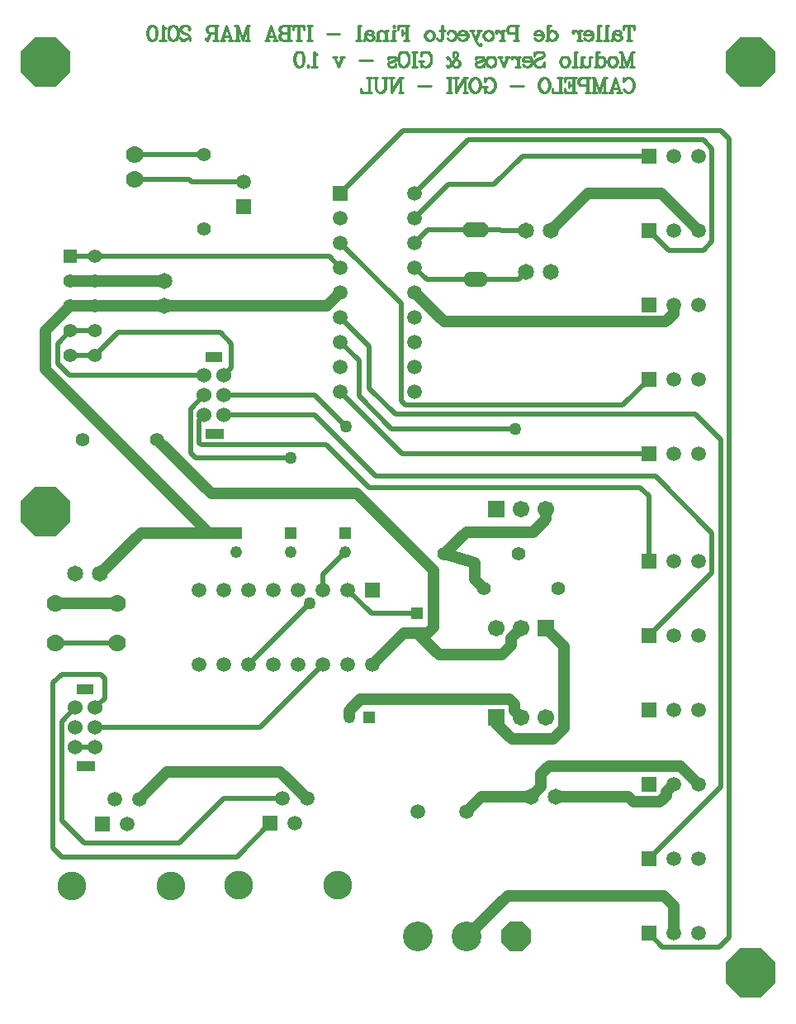
<source format=gbl>
%FSLAX23Y23*%
%MOIN*%
G70*
G01*
G75*
G04 Layer_Physical_Order=2*
G04 Layer_Color=16711680*
%ADD10C,0.020*%
%ADD11C,0.047*%
%ADD12C,0.010*%
%ADD13R,0.067X0.067*%
%ADD14C,0.067*%
%ADD15C,0.055*%
%ADD16C,0.059*%
%ADD17P,0.216X8X22.5*%
%ADD18C,0.070*%
%ADD19C,0.055*%
%ADD20R,0.055X0.055*%
G04:AMPARAMS|DCode=21|XSize=100mil|YSize=60mil|CornerRadius=0mil|HoleSize=0mil|Usage=FLASHONLY|Rotation=0.000|XOffset=0mil|YOffset=0mil|HoleType=Round|Shape=Octagon|*
%AMOCTAGOND21*
4,1,8,0.050,-0.015,0.050,0.015,0.035,0.030,-0.035,0.030,-0.050,0.015,-0.050,-0.015,-0.035,-0.030,0.035,-0.030,0.050,-0.015,0.0*
%
%ADD21OCTAGOND21*%

%ADD22O,0.100X0.060*%
%ADD23C,0.065*%
%ADD24R,0.049X0.049*%
%ADD25C,0.049*%
%ADD26R,0.049X0.049*%
%ADD27R,0.059X0.059*%
%ADD28C,0.116*%
%ADD29C,0.059*%
%ADD30C,0.060*%
%ADD31R,0.059X0.059*%
%ADD32R,0.059X0.059*%
%ADD33P,0.130X8X202.5*%
%ADD34C,0.120*%
%ADD35C,0.050*%
%ADD36R,0.075X0.040*%
%ADD37R,0.070X0.040*%
D10*
X3450Y3440D02*
X3555Y3545D01*
X2571Y3440D02*
X3450D01*
X2555Y3456D02*
X2571Y3440D01*
X2555Y3456D02*
Y3850D01*
X2310Y4095D02*
X2555Y3850D01*
X2610Y4295D02*
X2824Y4509D01*
X3776D01*
X3810Y4475D01*
Y4099D02*
Y4475D01*
X3776Y4065D02*
X3810Y4099D01*
X3635Y4065D02*
X3776D01*
X3555Y4145D02*
X3635Y4065D01*
X3046Y4445D02*
X3555D01*
X2930Y4329D02*
X3046Y4445D01*
X2744Y4329D02*
X2930D01*
X2610Y4195D02*
X2744Y4329D01*
X3555Y2510D02*
X3810Y2765D01*
Y2924D01*
X3581Y3153D02*
X3810Y2924D01*
X2453Y3153D02*
X3581D01*
X2206Y3400D02*
X2453Y3153D01*
X1840Y3400D02*
X2206D01*
X2310Y3695D02*
X2385Y3620D01*
Y3476D02*
Y3620D01*
Y3476D02*
X2517Y3344D01*
X3017D01*
X2310Y4295D02*
X2561Y4546D01*
X3846D01*
X3880Y4512D01*
Y1295D02*
Y4512D01*
X3840Y1255D02*
X3880Y1295D01*
X3610Y1255D02*
X3840D01*
X3555Y1310D02*
X3610Y1255D01*
X2204Y3480D02*
X2332Y3352D01*
X1840Y3480D02*
X2204D01*
X1725Y3228D02*
X2108D01*
X1705Y3248D02*
X1725Y3228D01*
X1705Y3248D02*
Y3425D01*
X1760Y3480D01*
X1710Y4340D02*
X1920D01*
X1700Y4350D02*
X1710Y4340D01*
X1480Y4350D02*
X1700D01*
X1320Y4040D02*
X2265D01*
X2310Y3995D01*
X2662Y4147D02*
X2855D01*
X2610Y4095D02*
X2662Y4147D01*
X2658Y3947D02*
X2855D01*
X2610Y3995D02*
X2658Y3947D01*
X2855D02*
X3030D01*
X3060Y3977D01*
X1940Y2395D02*
X2185Y2640D01*
X1185Y2165D02*
X1240Y2220D01*
X1185Y1763D02*
Y2165D01*
Y1763D02*
X1276Y1672D01*
X1659D01*
X1839Y1852D01*
X2075D01*
X2560Y3245D02*
X3555D01*
X2310Y3495D02*
X2560Y3245D01*
X3555Y1610D02*
X3845Y1900D01*
Y3300D01*
X3743Y3402D02*
X3845Y3300D01*
X2532Y3402D02*
X3743D01*
X2427Y3507D02*
X2532Y3402D01*
X2427Y3507D02*
Y3678D01*
X2310Y3795D02*
X2427Y3678D01*
X1168Y3688D02*
X1220Y3740D01*
X1168Y3608D02*
Y3688D01*
Y3608D02*
X1215Y3560D01*
X1760D01*
X3555Y2810D02*
Y3073D01*
X3520Y3108D02*
X3555Y3073D01*
X2425Y3108D02*
X3520D01*
X2253Y3280D02*
X2425Y3108D01*
X1748Y3280D02*
X2253D01*
X1740Y3288D02*
X1748Y3280D01*
X1740Y3288D02*
Y3380D01*
X1760Y3400D01*
X1320Y2220D02*
X1358Y2258D01*
Y2336D01*
X1341Y2353D02*
X1358Y2336D01*
X1184Y2353D02*
X1341D01*
X1150Y2319D02*
X1184Y2353D01*
X1150Y1652D02*
Y2319D01*
Y1652D02*
X1184Y1618D01*
X1891D01*
X2025Y1752D01*
X2240Y2695D02*
Y2756D01*
X2330Y2846D01*
X2340Y2695D02*
X2436Y2599D01*
X2620D01*
X1320Y2140D02*
X1985D01*
X2240Y2395D01*
X1840Y3560D02*
X1869Y3589D01*
Y3687D01*
X1824Y3732D02*
X1869Y3687D01*
X1412Y3732D02*
X1824D01*
X1320Y3640D02*
X1412Y3732D01*
X1220Y3640D02*
X1320D01*
X1220Y3740D02*
X1320D01*
X1220Y4040D02*
X1320D01*
X1160Y2480D02*
X1410D01*
X2958Y4145D02*
X3060D01*
X2956Y4147D02*
X2958Y4145D01*
X2855Y4147D02*
X2956D01*
X1480Y4450D02*
X1760D01*
X1240Y2060D02*
X1320D01*
D11*
X1119Y3585D02*
X1780Y2924D01*
X1890D01*
X1504D02*
X1780D01*
X3000Y2500D02*
X3040Y2540D01*
X3000Y2470D02*
Y2500D01*
X2962Y2432D02*
X3000Y2470D01*
X2709Y2432D02*
X2962D01*
X2620Y2521D02*
X2709Y2432D01*
X2853Y2737D02*
X2890Y2700D01*
X2853Y2737D02*
Y2803D01*
X2730Y2840D02*
X2853Y2803D01*
X1340Y2760D02*
X1504Y2924D01*
X2878Y1860D02*
X3080D01*
X2818Y1800D02*
X2878Y1860D01*
X3080D02*
X3120Y1900D01*
Y1952D01*
X3152Y1984D01*
X3681D01*
X3755Y1910D01*
X2255Y3840D02*
X2310Y3895D01*
X1600Y3840D02*
X2255D01*
X1119Y3739D02*
X1220Y3840D01*
X1119Y3585D02*
Y3739D01*
X1780Y2924D02*
X1890D01*
X2620Y2521D02*
X2661D01*
X2684Y2544D01*
Y2773D01*
X2375Y3082D02*
X2684Y2773D01*
X1788Y3082D02*
X2375D01*
X1570Y3300D02*
X1788Y3082D01*
X3140Y2540D02*
X3212Y2468D01*
Y2137D02*
Y2468D01*
X3168Y2093D02*
X3212Y2137D01*
X3001Y2093D02*
X3168D01*
X2940Y2154D02*
X3001Y2093D01*
X2940Y2154D02*
Y2180D01*
X2730Y2840D02*
X2818Y2928D01*
X3088D01*
X3140Y2980D01*
Y3020D01*
X2440Y2395D02*
X2566Y2521D01*
X2620D01*
X3180Y1860D02*
X3473D01*
X3492Y1841D01*
X3600D01*
X3624Y1865D01*
Y1879D01*
X3655Y1910D01*
X2610Y3895D02*
X2729Y3776D01*
X3623D01*
X3655Y3808D01*
Y3845D01*
X2820Y1296D02*
X2985Y1460D01*
X3616D01*
X3655Y1421D01*
Y1310D02*
Y1421D01*
X1500Y1850D02*
X1610Y1960D01*
X2067D01*
X2175Y1852D01*
X3012Y2208D02*
X3040Y2180D01*
X3012Y2208D02*
Y2232D01*
X2992Y2252D02*
X3012Y2232D01*
X2390Y2252D02*
X2992D01*
X2346Y2208D02*
X2390Y2252D01*
X2346Y2180D02*
Y2208D01*
X3160Y4145D02*
X3310Y4295D01*
X3605D01*
X3755Y4145D01*
X1320Y3940D02*
X1600D01*
X1220D02*
X1320D01*
X1160Y2640D02*
X1410D01*
X1320Y3840D02*
X1600D01*
X1220D02*
X1320D01*
D12*
X3455Y4751D02*
X3452Y4743D01*
Y4760D01*
X3455Y4751D01*
X3461Y4757D01*
X3469Y4760D01*
X3475D01*
X3484Y4757D01*
X3489Y4751D01*
X3492Y4746D01*
X3495Y4737D01*
Y4723D01*
X3492Y4714D01*
X3489Y4709D01*
X3484Y4703D01*
X3475Y4700D01*
X3469D01*
X3461Y4703D01*
X3455Y4709D01*
X3452Y4714D01*
X3475Y4760D02*
X3481Y4757D01*
X3486Y4751D01*
X3489Y4746D01*
X3492Y4737D01*
Y4723D01*
X3489Y4714D01*
X3486Y4709D01*
X3481Y4703D01*
X3475Y4700D01*
X3418Y4760D02*
X3438Y4700D01*
X3418Y4760D02*
X3398Y4700D01*
X3418Y4751D02*
X3401Y4700D01*
X3432Y4717D02*
X3406D01*
X3444Y4700D02*
X3426D01*
X3409D02*
X3392D01*
X3376Y4760D02*
Y4700D01*
X3373Y4760D02*
X3356Y4709D01*
X3376Y4760D02*
X3356Y4700D01*
X3336Y4760D02*
X3356Y4700D01*
X3336Y4760D02*
Y4700D01*
X3333Y4760D02*
Y4700D01*
X3384Y4760D02*
X3373D01*
X3336D02*
X3324D01*
X3384Y4700D02*
X3367D01*
X3344D02*
X3324D01*
X3309Y4760D02*
Y4700D01*
X3306Y4760D02*
Y4700D01*
X3318Y4760D02*
X3283D01*
X3275Y4757D01*
X3272Y4754D01*
X3269Y4749D01*
Y4740D01*
X3272Y4734D01*
X3275Y4731D01*
X3283Y4729D01*
X3306D01*
X3283Y4760D02*
X3278Y4757D01*
X3275Y4754D01*
X3272Y4749D01*
Y4740D01*
X3275Y4734D01*
X3278Y4731D01*
X3283Y4729D01*
X3318Y4700D02*
X3298D01*
X3252Y4760D02*
Y4700D01*
X3250Y4760D02*
Y4700D01*
X3232Y4743D02*
Y4720D01*
X3261Y4760D02*
X3215D01*
Y4743D01*
X3218Y4760D01*
X3250Y4731D02*
X3232D01*
X3261Y4700D02*
X3215D01*
Y4717D01*
X3218Y4700D01*
X3198Y4760D02*
Y4700D01*
X3196Y4760D02*
Y4700D01*
X3207Y4760D02*
X3187D01*
X3207Y4700D02*
X3164D01*
Y4717D01*
X3167Y4700D01*
X3136Y4760D02*
X3144Y4757D01*
X3150Y4751D01*
X3153Y4746D01*
X3156Y4734D01*
Y4726D01*
X3153Y4714D01*
X3150Y4709D01*
X3144Y4703D01*
X3136Y4700D01*
X3130D01*
X3121Y4703D01*
X3116Y4709D01*
X3113Y4714D01*
X3110Y4726D01*
Y4734D01*
X3113Y4746D01*
X3116Y4751D01*
X3121Y4757D01*
X3130Y4760D01*
X3136D01*
X3141Y4757D01*
X3147Y4751D01*
X3150Y4746D01*
X3153Y4734D01*
Y4726D01*
X3150Y4714D01*
X3147Y4709D01*
X3141Y4703D01*
X3136Y4700D01*
X3130D02*
X3124Y4703D01*
X3119Y4709D01*
X3116Y4714D01*
X3113Y4726D01*
Y4734D01*
X3116Y4746D01*
X3119Y4751D01*
X3124Y4757D01*
X3130Y4760D01*
X3048Y4726D02*
X2996D01*
X2895Y4751D02*
X2892Y4743D01*
Y4760D01*
X2895Y4751D01*
X2900Y4757D01*
X2909Y4760D01*
X2915D01*
X2923Y4757D01*
X2929Y4751D01*
X2932Y4746D01*
X2935Y4737D01*
Y4723D01*
X2932Y4714D01*
X2929Y4709D01*
X2923Y4703D01*
X2915Y4700D01*
X2909D01*
X2900Y4703D01*
X2895Y4709D01*
X2915Y4760D02*
X2920Y4757D01*
X2926Y4751D01*
X2929Y4746D01*
X2932Y4737D01*
Y4723D01*
X2929Y4714D01*
X2926Y4709D01*
X2920Y4703D01*
X2915Y4700D01*
X2895Y4723D02*
Y4700D01*
X2892Y4723D02*
Y4700D01*
X2903Y4723D02*
X2883D01*
X2855Y4760D02*
X2864Y4757D01*
X2870Y4751D01*
X2873Y4746D01*
X2875Y4734D01*
Y4726D01*
X2873Y4714D01*
X2870Y4709D01*
X2864Y4703D01*
X2855Y4700D01*
X2850D01*
X2841Y4703D01*
X2835Y4709D01*
X2833Y4714D01*
X2830Y4726D01*
Y4734D01*
X2833Y4746D01*
X2835Y4751D01*
X2841Y4757D01*
X2850Y4760D01*
X2855D01*
X2861Y4757D01*
X2867Y4751D01*
X2870Y4746D01*
X2873Y4734D01*
Y4726D01*
X2870Y4714D01*
X2867Y4709D01*
X2861Y4703D01*
X2855Y4700D01*
X2850D02*
X2844Y4703D01*
X2838Y4709D01*
X2835Y4714D01*
X2833Y4726D01*
Y4734D01*
X2835Y4746D01*
X2838Y4751D01*
X2844Y4757D01*
X2850Y4760D01*
X2813D02*
Y4700D01*
X2810Y4760D02*
X2776Y4706D01*
X2810Y4754D02*
X2776Y4700D01*
Y4760D02*
Y4700D01*
X2821Y4760D02*
X2810D01*
X2784D02*
X2767D01*
X2821Y4700D02*
X2804D01*
X2751Y4760D02*
Y4700D01*
X2748Y4760D02*
Y4700D01*
X2760Y4760D02*
X2740D01*
X2760Y4700D02*
X2740D01*
X2675Y4726D02*
X2623D01*
X2553Y4760D02*
Y4700D01*
X2550Y4760D02*
X2516Y4706D01*
X2550Y4754D02*
X2516Y4700D01*
Y4760D02*
Y4700D01*
X2562Y4760D02*
X2550D01*
X2525D02*
X2507D01*
X2562Y4700D02*
X2545D01*
X2492Y4760D02*
Y4717D01*
X2489Y4709D01*
X2483Y4703D01*
X2474Y4700D01*
X2469D01*
X2460Y4703D01*
X2454Y4709D01*
X2452Y4717D01*
Y4760D01*
X2489D02*
Y4717D01*
X2486Y4709D01*
X2480Y4703D01*
X2474Y4700D01*
X2500Y4760D02*
X2480D01*
X2460D02*
X2443D01*
X2427D02*
Y4700D01*
X2424Y4760D02*
Y4700D01*
X2436Y4760D02*
X2416D01*
X2436Y4700D02*
X2393D01*
Y4717D01*
X2396Y4700D01*
X3486Y4865D02*
Y4805D01*
X3484Y4865D02*
X3466Y4814D01*
X3486Y4865D02*
X3466Y4805D01*
X3446Y4865D02*
X3466Y4805D01*
X3446Y4865D02*
Y4805D01*
X3444Y4865D02*
Y4805D01*
X3495Y4865D02*
X3484D01*
X3446D02*
X3435D01*
X3495Y4805D02*
X3478D01*
X3455D02*
X3435D01*
X3411Y4845D02*
X3420Y4842D01*
X3425Y4836D01*
X3428Y4828D01*
Y4822D01*
X3425Y4814D01*
X3420Y4808D01*
X3411Y4805D01*
X3405D01*
X3397Y4808D01*
X3391Y4814D01*
X3388Y4822D01*
Y4828D01*
X3391Y4836D01*
X3397Y4842D01*
X3405Y4845D01*
X3411D01*
X3417Y4842D01*
X3422Y4836D01*
X3425Y4828D01*
Y4822D01*
X3422Y4814D01*
X3417Y4808D01*
X3411Y4805D01*
X3405D02*
X3400Y4808D01*
X3394Y4814D01*
X3391Y4822D01*
Y4828D01*
X3394Y4836D01*
X3400Y4842D01*
X3405Y4845D01*
X3345Y4865D02*
Y4805D01*
X3342Y4865D02*
Y4805D01*
X3345Y4836D02*
X3351Y4842D01*
X3356Y4845D01*
X3362D01*
X3371Y4842D01*
X3376Y4836D01*
X3379Y4828D01*
Y4822D01*
X3376Y4814D01*
X3371Y4808D01*
X3362Y4805D01*
X3356D01*
X3351Y4808D01*
X3345Y4814D01*
X3362Y4845D02*
X3368Y4842D01*
X3374Y4836D01*
X3376Y4828D01*
Y4822D01*
X3374Y4814D01*
X3368Y4808D01*
X3362Y4805D01*
X3354Y4865D02*
X3342D01*
X3345Y4805D02*
X3334D01*
X3317Y4845D02*
Y4814D01*
X3314Y4808D01*
X3305Y4805D01*
X3300D01*
X3291Y4808D01*
X3285Y4814D01*
X3314Y4845D02*
Y4814D01*
X3311Y4808D01*
X3305Y4805D01*
X3285Y4845D02*
Y4805D01*
X3282Y4845D02*
Y4805D01*
X3325Y4845D02*
X3314D01*
X3294D02*
X3282D01*
X3285Y4805D02*
X3274D01*
X3258Y4865D02*
Y4805D01*
X3255Y4865D02*
Y4805D01*
X3266Y4865D02*
X3255D01*
X3266Y4805D02*
X3246D01*
X3218Y4845D02*
X3227Y4842D01*
X3232Y4836D01*
X3235Y4828D01*
Y4822D01*
X3232Y4814D01*
X3227Y4808D01*
X3218Y4805D01*
X3212D01*
X3204Y4808D01*
X3198Y4814D01*
X3195Y4822D01*
Y4828D01*
X3198Y4836D01*
X3204Y4842D01*
X3212Y4845D01*
X3218D01*
X3224Y4842D01*
X3230Y4836D01*
X3232Y4828D01*
Y4822D01*
X3230Y4814D01*
X3224Y4808D01*
X3218Y4805D01*
X3212D02*
X3207Y4808D01*
X3201Y4814D01*
X3198Y4822D01*
Y4828D01*
X3201Y4836D01*
X3207Y4842D01*
X3212Y4845D01*
X3095Y4856D02*
X3093Y4865D01*
Y4848D01*
X3095Y4856D01*
X3101Y4862D01*
X3110Y4865D01*
X3118D01*
X3127Y4862D01*
X3133Y4856D01*
Y4851D01*
X3130Y4845D01*
X3127Y4842D01*
X3121Y4839D01*
X3104Y4834D01*
X3098Y4831D01*
X3093Y4825D01*
X3133Y4851D02*
X3127Y4845D01*
X3121Y4842D01*
X3104Y4836D01*
X3098Y4834D01*
X3095Y4831D01*
X3093Y4825D01*
Y4814D01*
X3098Y4808D01*
X3107Y4805D01*
X3115D01*
X3124Y4808D01*
X3130Y4814D01*
X3133Y4822D01*
Y4805D01*
X3130Y4814D01*
X3081Y4828D02*
X3047D01*
Y4834D01*
X3049Y4839D01*
X3052Y4842D01*
X3058Y4845D01*
X3067D01*
X3075Y4842D01*
X3081Y4836D01*
X3084Y4828D01*
Y4822D01*
X3081Y4814D01*
X3075Y4808D01*
X3067Y4805D01*
X3061D01*
X3052Y4808D01*
X3047Y4814D01*
X3049Y4828D02*
Y4836D01*
X3052Y4842D01*
X3067Y4845D02*
X3072Y4842D01*
X3078Y4836D01*
X3081Y4828D01*
Y4822D01*
X3078Y4814D01*
X3072Y4808D01*
X3067Y4805D01*
X3029Y4845D02*
Y4805D01*
X3026Y4845D02*
Y4805D01*
Y4828D02*
X3023Y4836D01*
X3017Y4842D01*
X3012Y4845D01*
X3003D01*
X3000Y4842D01*
Y4839D01*
X3003Y4836D01*
X3006Y4839D01*
X3003Y4842D01*
X3037Y4845D02*
X3026D01*
X3037Y4805D02*
X3017D01*
X2985Y4845D02*
X2968Y4805D01*
X2983Y4845D02*
X2968Y4811D01*
X2951Y4845D02*
X2968Y4805D01*
X2991Y4845D02*
X2974D01*
X2963D02*
X2945D01*
X2920D02*
X2929Y4842D01*
X2934Y4836D01*
X2937Y4828D01*
Y4822D01*
X2934Y4814D01*
X2929Y4808D01*
X2920Y4805D01*
X2914D01*
X2906Y4808D01*
X2900Y4814D01*
X2897Y4822D01*
Y4828D01*
X2900Y4836D01*
X2906Y4842D01*
X2914Y4845D01*
X2920D01*
X2926Y4842D01*
X2931Y4836D01*
X2934Y4828D01*
Y4822D01*
X2931Y4814D01*
X2926Y4808D01*
X2920Y4805D01*
X2914D02*
X2909Y4808D01*
X2903Y4814D01*
X2900Y4822D01*
Y4828D01*
X2903Y4836D01*
X2909Y4842D01*
X2914Y4845D01*
X2860Y4839D02*
X2857Y4845D01*
Y4834D01*
X2860Y4839D01*
X2863Y4842D01*
X2868Y4845D01*
X2880D01*
X2885Y4842D01*
X2888Y4839D01*
Y4834D01*
X2885Y4831D01*
X2880Y4828D01*
X2865Y4822D01*
X2860Y4819D01*
X2857Y4816D01*
X2888Y4836D02*
X2885Y4834D01*
X2880Y4831D01*
X2865Y4825D01*
X2860Y4822D01*
X2857Y4819D01*
Y4811D01*
X2860Y4808D01*
X2865Y4805D01*
X2877D01*
X2883Y4808D01*
X2885Y4811D01*
X2888Y4816D01*
Y4805D01*
X2885Y4811D01*
X2742Y4842D02*
X2745Y4839D01*
X2742Y4836D01*
X2739Y4839D01*
Y4842D01*
X2742Y4845D01*
X2745D01*
X2747Y4842D01*
X2750Y4836D01*
X2756Y4822D01*
X2762Y4814D01*
X2767Y4808D01*
X2773Y4805D01*
X2782D01*
X2790Y4808D01*
X2793Y4814D01*
Y4822D01*
X2790Y4828D01*
X2773Y4839D01*
X2767Y4845D01*
X2765Y4851D01*
Y4856D01*
X2767Y4862D01*
X2773Y4865D01*
X2779Y4862D01*
X2782Y4856D01*
Y4851D01*
X2779Y4842D01*
X2773Y4834D01*
X2759Y4814D01*
X2753Y4808D01*
X2745Y4805D01*
X2742D01*
X2739Y4808D01*
Y4811D01*
X2782Y4805D02*
X2787Y4808D01*
X2790Y4814D01*
Y4822D01*
X2787Y4828D01*
X2782Y4834D01*
Y4851D02*
X2779Y4845D01*
X2756Y4814D01*
X2750Y4808D01*
X2745Y4805D01*
X2637Y4856D02*
X2635Y4848D01*
Y4865D01*
X2637Y4856D01*
X2643Y4862D01*
X2652Y4865D01*
X2657D01*
X2666Y4862D01*
X2672Y4856D01*
X2675Y4851D01*
X2677Y4842D01*
Y4828D01*
X2675Y4819D01*
X2672Y4814D01*
X2666Y4808D01*
X2657Y4805D01*
X2652D01*
X2643Y4808D01*
X2637Y4814D01*
X2657Y4865D02*
X2663Y4862D01*
X2669Y4856D01*
X2672Y4851D01*
X2675Y4842D01*
Y4828D01*
X2672Y4819D01*
X2669Y4814D01*
X2663Y4808D01*
X2657Y4805D01*
X2637Y4828D02*
Y4805D01*
X2635Y4828D02*
Y4805D01*
X2646Y4828D02*
X2626D01*
X2610Y4865D02*
Y4805D01*
X2607Y4865D02*
Y4805D01*
X2618Y4865D02*
X2598D01*
X2618Y4805D02*
X2598D01*
X2567Y4865D02*
X2576Y4862D01*
X2582Y4856D01*
X2585Y4851D01*
X2587Y4839D01*
Y4831D01*
X2585Y4819D01*
X2582Y4814D01*
X2576Y4808D01*
X2567Y4805D01*
X2562D01*
X2553Y4808D01*
X2547Y4814D01*
X2545Y4819D01*
X2542Y4831D01*
Y4839D01*
X2545Y4851D01*
X2547Y4856D01*
X2553Y4862D01*
X2562Y4865D01*
X2567D01*
X2573Y4862D01*
X2579Y4856D01*
X2582Y4851D01*
X2585Y4839D01*
Y4831D01*
X2582Y4819D01*
X2579Y4814D01*
X2573Y4808D01*
X2567Y4805D01*
X2562D02*
X2556Y4808D01*
X2550Y4814D01*
X2547Y4819D01*
X2545Y4831D01*
Y4839D01*
X2547Y4851D01*
X2550Y4856D01*
X2556Y4862D01*
X2562Y4865D01*
X2505Y4839D02*
X2502Y4845D01*
Y4834D01*
X2505Y4839D01*
X2508Y4842D01*
X2513Y4845D01*
X2525D01*
X2531Y4842D01*
X2533Y4839D01*
Y4834D01*
X2531Y4831D01*
X2525Y4828D01*
X2511Y4822D01*
X2505Y4819D01*
X2502Y4816D01*
X2533Y4836D02*
X2531Y4834D01*
X2525Y4831D01*
X2511Y4825D01*
X2505Y4822D01*
X2502Y4819D01*
Y4811D01*
X2505Y4808D01*
X2511Y4805D01*
X2522D01*
X2528Y4808D01*
X2531Y4811D01*
X2533Y4816D01*
Y4805D01*
X2531Y4811D01*
X2438Y4831D02*
X2387D01*
X2320Y4845D02*
X2302Y4805D01*
X2317Y4845D02*
X2302Y4811D01*
X2285Y4845D02*
X2302Y4805D01*
X2325Y4845D02*
X2308D01*
X2297D02*
X2280D01*
X2217Y4854D02*
X2212Y4856D01*
X2203Y4865D01*
Y4805D01*
X2206Y4862D02*
Y4805D01*
X2217D02*
X2192D01*
X2178Y4811D02*
X2181Y4808D01*
X2178Y4805D01*
X2176Y4808D01*
X2178Y4811D01*
X2146Y4865D02*
X2155Y4862D01*
X2160Y4854D01*
X2163Y4839D01*
Y4831D01*
X2160Y4816D01*
X2155Y4808D01*
X2146Y4805D01*
X2140D01*
X2132Y4808D01*
X2126Y4816D01*
X2123Y4831D01*
Y4839D01*
X2126Y4854D01*
X2132Y4862D01*
X2140Y4865D01*
X2146D01*
X2152Y4862D01*
X2155Y4859D01*
X2158Y4854D01*
X2160Y4839D01*
Y4831D01*
X2158Y4816D01*
X2155Y4811D01*
X2152Y4808D01*
X2146Y4805D01*
X2140D02*
X2135Y4808D01*
X2132Y4811D01*
X2129Y4816D01*
X2126Y4831D01*
Y4839D01*
X2129Y4854D01*
X2132Y4859D01*
X2135Y4862D01*
X2140Y4865D01*
X3475Y4970D02*
Y4910D01*
X3472Y4970D02*
Y4910D01*
X3492Y4970D02*
X3495Y4953D01*
Y4970D01*
X3452D01*
Y4953D01*
X3455Y4970D01*
X3484Y4910D02*
X3464D01*
X3438Y4944D02*
Y4941D01*
X3441D01*
Y4944D01*
X3438Y4947D01*
X3432Y4950D01*
X3421D01*
X3415Y4947D01*
X3412Y4944D01*
X3409Y4939D01*
Y4919D01*
X3406Y4913D01*
X3404Y4910D01*
X3412Y4944D02*
Y4919D01*
X3409Y4913D01*
X3404Y4910D01*
X3401D01*
X3412Y4939D02*
X3415Y4936D01*
X3432Y4933D01*
X3441Y4930D01*
X3444Y4924D01*
Y4919D01*
X3441Y4913D01*
X3432Y4910D01*
X3424D01*
X3418Y4913D01*
X3412Y4919D01*
X3432Y4933D02*
X3438Y4930D01*
X3441Y4924D01*
Y4919D01*
X3438Y4913D01*
X3432Y4910D01*
X3384Y4970D02*
Y4910D01*
X3381Y4970D02*
Y4910D01*
X3392Y4970D02*
X3381D01*
X3392Y4910D02*
X3372D01*
X3353Y4970D02*
Y4910D01*
X3350Y4970D02*
Y4910D01*
X3361Y4970D02*
X3350D01*
X3361Y4910D02*
X3341D01*
X3328Y4933D02*
X3293D01*
Y4939D01*
X3296Y4944D01*
X3299Y4947D01*
X3305Y4950D01*
X3313D01*
X3322Y4947D01*
X3328Y4941D01*
X3330Y4933D01*
Y4927D01*
X3328Y4919D01*
X3322Y4913D01*
X3313Y4910D01*
X3308D01*
X3299Y4913D01*
X3293Y4919D01*
X3296Y4933D02*
Y4941D01*
X3299Y4947D01*
X3313Y4950D02*
X3319Y4947D01*
X3325Y4941D01*
X3328Y4933D01*
Y4927D01*
X3325Y4919D01*
X3319Y4913D01*
X3313Y4910D01*
X3276Y4950D02*
Y4910D01*
X3273Y4950D02*
Y4910D01*
Y4933D02*
X3270Y4941D01*
X3264Y4947D01*
X3258Y4950D01*
X3250D01*
X3247Y4947D01*
Y4944D01*
X3250Y4941D01*
X3253Y4944D01*
X3250Y4947D01*
X3284Y4950D02*
X3273D01*
X3284Y4910D02*
X3264D01*
X3150Y4970D02*
Y4910D01*
X3147Y4970D02*
Y4910D01*
X3150Y4941D02*
X3155Y4947D01*
X3161Y4950D01*
X3167D01*
X3175Y4947D01*
X3181Y4941D01*
X3184Y4933D01*
Y4927D01*
X3181Y4919D01*
X3175Y4913D01*
X3167Y4910D01*
X3161D01*
X3155Y4913D01*
X3150Y4919D01*
X3167Y4950D02*
X3172Y4947D01*
X3178Y4941D01*
X3181Y4933D01*
Y4927D01*
X3178Y4919D01*
X3172Y4913D01*
X3167Y4910D01*
X3158Y4970D02*
X3147D01*
X3150Y4910D02*
X3138D01*
X3127Y4933D02*
X3093D01*
Y4939D01*
X3096Y4944D01*
X3099Y4947D01*
X3104Y4950D01*
X3113D01*
X3121Y4947D01*
X3127Y4941D01*
X3130Y4933D01*
Y4927D01*
X3127Y4919D01*
X3121Y4913D01*
X3113Y4910D01*
X3107D01*
X3099Y4913D01*
X3093Y4919D01*
X3096Y4933D02*
Y4941D01*
X3099Y4947D01*
X3113Y4950D02*
X3119Y4947D01*
X3124Y4941D01*
X3127Y4933D01*
Y4927D01*
X3124Y4919D01*
X3119Y4913D01*
X3113Y4910D01*
X3021Y4970D02*
Y4910D01*
X3018Y4970D02*
Y4910D01*
X3030Y4970D02*
X2995D01*
X2987Y4967D01*
X2984Y4964D01*
X2981Y4959D01*
Y4950D01*
X2984Y4944D01*
X2987Y4941D01*
X2995Y4939D01*
X3018D01*
X2995Y4970D02*
X2990Y4967D01*
X2987Y4964D01*
X2984Y4959D01*
Y4950D01*
X2987Y4944D01*
X2990Y4941D01*
X2995Y4939D01*
X3030Y4910D02*
X3010D01*
X2965Y4950D02*
Y4910D01*
X2962Y4950D02*
Y4910D01*
Y4933D02*
X2959Y4941D01*
X2953Y4947D01*
X2947Y4950D01*
X2939D01*
X2936Y4947D01*
Y4944D01*
X2939Y4941D01*
X2942Y4944D01*
X2939Y4947D01*
X2973Y4950D02*
X2962D01*
X2973Y4910D02*
X2953D01*
X2910Y4950D02*
X2918Y4947D01*
X2924Y4941D01*
X2927Y4933D01*
Y4927D01*
X2924Y4919D01*
X2918Y4913D01*
X2910Y4910D01*
X2904D01*
X2895Y4913D01*
X2890Y4919D01*
X2887Y4927D01*
Y4933D01*
X2890Y4941D01*
X2895Y4947D01*
X2904Y4950D01*
X2910D01*
X2915Y4947D01*
X2921Y4941D01*
X2924Y4933D01*
Y4927D01*
X2921Y4919D01*
X2915Y4913D01*
X2910Y4910D01*
X2904D02*
X2898Y4913D01*
X2893Y4919D01*
X2890Y4927D01*
Y4933D01*
X2893Y4941D01*
X2898Y4947D01*
X2904Y4950D01*
X2872D02*
X2855Y4910D01*
X2869Y4950D02*
X2855Y4916D01*
X2838Y4950D02*
X2855Y4910D01*
X2861Y4899D01*
X2867Y4893D01*
X2872Y4890D01*
X2875D01*
X2878Y4893D01*
X2875Y4896D01*
X2872Y4893D01*
X2878Y4950D02*
X2861D01*
X2849D02*
X2832D01*
X2821Y4933D02*
X2787D01*
Y4939D01*
X2790Y4944D01*
X2793Y4947D01*
X2798Y4950D01*
X2807D01*
X2815Y4947D01*
X2821Y4941D01*
X2824Y4933D01*
Y4927D01*
X2821Y4919D01*
X2815Y4913D01*
X2807Y4910D01*
X2801D01*
X2793Y4913D01*
X2787Y4919D01*
X2790Y4933D02*
Y4941D01*
X2793Y4947D01*
X2807Y4950D02*
X2813Y4947D01*
X2818Y4941D01*
X2821Y4933D01*
Y4927D01*
X2818Y4919D01*
X2813Y4913D01*
X2807Y4910D01*
X2743Y4941D02*
X2746Y4939D01*
X2743Y4936D01*
X2741Y4939D01*
Y4941D01*
X2746Y4947D01*
X2752Y4950D01*
X2761D01*
X2769Y4947D01*
X2775Y4941D01*
X2778Y4933D01*
Y4927D01*
X2775Y4919D01*
X2769Y4913D01*
X2761Y4910D01*
X2755D01*
X2746Y4913D01*
X2741Y4919D01*
X2761Y4950D02*
X2766Y4947D01*
X2772Y4941D01*
X2775Y4933D01*
Y4927D01*
X2772Y4919D01*
X2766Y4913D01*
X2761Y4910D01*
X2714D02*
X2717Y4913D01*
X2720Y4921D01*
Y4970D01*
X2723D01*
Y4921D01*
X2720Y4913D01*
X2714Y4910D01*
X2709D01*
X2703Y4913D01*
X2700Y4919D01*
X2731Y4950D02*
X2709D01*
X2673D02*
X2682Y4947D01*
X2687Y4941D01*
X2690Y4933D01*
Y4927D01*
X2687Y4919D01*
X2682Y4913D01*
X2673Y4910D01*
X2667D01*
X2659Y4913D01*
X2653Y4919D01*
X2650Y4927D01*
Y4933D01*
X2653Y4941D01*
X2659Y4947D01*
X2667Y4950D01*
X2673D01*
X2679Y4947D01*
X2685Y4941D01*
X2687Y4933D01*
Y4927D01*
X2685Y4919D01*
X2679Y4913D01*
X2673Y4910D01*
X2667D02*
X2662Y4913D01*
X2656Y4919D01*
X2653Y4927D01*
Y4933D01*
X2656Y4941D01*
X2662Y4947D01*
X2667Y4950D01*
X2579Y4970D02*
Y4910D01*
X2576Y4970D02*
Y4910D01*
X2559Y4953D02*
Y4930D01*
X2587Y4970D02*
X2542D01*
Y4953D01*
X2545Y4970D01*
X2576Y4941D02*
X2559D01*
X2587Y4910D02*
X2567D01*
X2525Y4970D02*
X2528Y4967D01*
X2525Y4964D01*
X2522Y4967D01*
X2525Y4970D01*
Y4950D02*
Y4910D01*
X2522Y4950D02*
Y4910D01*
X2533Y4950D02*
X2522D01*
X2533Y4910D02*
X2513D01*
X2494Y4950D02*
Y4910D01*
X2491Y4950D02*
Y4910D01*
Y4941D02*
X2486Y4947D01*
X2477Y4950D01*
X2471D01*
X2463Y4947D01*
X2460Y4941D01*
Y4910D01*
X2471Y4950D02*
X2466Y4947D01*
X2463Y4941D01*
Y4910D01*
X2503Y4950D02*
X2491D01*
X2503Y4910D02*
X2483D01*
X2471D02*
X2451D01*
X2438Y4944D02*
Y4941D01*
X2441D01*
Y4944D01*
X2438Y4947D01*
X2432Y4950D01*
X2421D01*
X2415Y4947D01*
X2412Y4944D01*
X2409Y4939D01*
Y4919D01*
X2406Y4913D01*
X2404Y4910D01*
X2412Y4944D02*
Y4919D01*
X2409Y4913D01*
X2404Y4910D01*
X2401D01*
X2412Y4939D02*
X2415Y4936D01*
X2432Y4933D01*
X2441Y4930D01*
X2444Y4924D01*
Y4919D01*
X2441Y4913D01*
X2432Y4910D01*
X2424D01*
X2418Y4913D01*
X2412Y4919D01*
X2432Y4933D02*
X2438Y4930D01*
X2441Y4924D01*
Y4919D01*
X2438Y4913D01*
X2432Y4910D01*
X2384Y4970D02*
Y4910D01*
X2381Y4970D02*
Y4910D01*
X2392Y4970D02*
X2381D01*
X2392Y4910D02*
X2372D01*
X2307Y4936D02*
X2256D01*
X2186Y4970D02*
Y4910D01*
X2183Y4970D02*
Y4910D01*
X2194Y4970D02*
X2174D01*
X2194Y4910D02*
X2174D01*
X2143Y4970D02*
Y4910D01*
X2140Y4970D02*
Y4910D01*
X2160Y4970D02*
X2163Y4953D01*
Y4970D01*
X2120D01*
Y4953D01*
X2123Y4970D01*
X2152Y4910D02*
X2132D01*
X2103Y4970D02*
Y4910D01*
X2100Y4970D02*
Y4910D01*
X2112Y4970D02*
X2078D01*
X2069Y4967D01*
X2066Y4964D01*
X2063Y4959D01*
Y4953D01*
X2066Y4947D01*
X2069Y4944D01*
X2078Y4941D01*
Y4970D02*
X2072Y4967D01*
X2069Y4964D01*
X2066Y4959D01*
Y4953D01*
X2069Y4947D01*
X2072Y4944D01*
X2078Y4941D01*
X2100D02*
X2078D01*
X2069Y4939D01*
X2066Y4936D01*
X2063Y4930D01*
Y4921D01*
X2066Y4916D01*
X2069Y4913D01*
X2078Y4910D01*
X2112D01*
X2078Y4941D02*
X2072Y4939D01*
X2069Y4936D01*
X2066Y4930D01*
Y4921D01*
X2069Y4916D01*
X2072Y4913D01*
X2078Y4910D01*
X2030Y4970D02*
X2050Y4910D01*
X2030Y4970D02*
X2010Y4910D01*
X2030Y4961D02*
X2012Y4910D01*
X2044Y4927D02*
X2018D01*
X2055Y4910D02*
X2038D01*
X2021D02*
X2004D01*
X1934Y4970D02*
Y4910D01*
X1931Y4970D02*
X1914Y4919D01*
X1934Y4970D02*
X1914Y4910D01*
X1894Y4970D02*
X1914Y4910D01*
X1894Y4970D02*
Y4910D01*
X1891Y4970D02*
Y4910D01*
X1942Y4970D02*
X1931D01*
X1894D02*
X1882D01*
X1942Y4910D02*
X1925D01*
X1902D02*
X1882D01*
X1850Y4970D02*
X1870Y4910D01*
X1850Y4970D02*
X1830Y4910D01*
X1850Y4961D02*
X1832Y4910D01*
X1864Y4927D02*
X1838D01*
X1875Y4910D02*
X1858D01*
X1841D02*
X1824D01*
X1808Y4970D02*
Y4910D01*
X1805Y4970D02*
Y4910D01*
X1816Y4970D02*
X1782D01*
X1773Y4967D01*
X1771Y4964D01*
X1768Y4959D01*
Y4953D01*
X1771Y4947D01*
X1773Y4944D01*
X1782Y4941D01*
X1805D01*
X1782Y4970D02*
X1776Y4967D01*
X1773Y4964D01*
X1771Y4959D01*
Y4953D01*
X1773Y4947D01*
X1776Y4944D01*
X1782Y4941D01*
X1816Y4910D02*
X1796D01*
X1791Y4941D02*
X1785Y4939D01*
X1782Y4936D01*
X1773Y4916D01*
X1771Y4913D01*
X1768D01*
X1765Y4916D01*
X1785Y4939D02*
X1782Y4933D01*
X1776Y4913D01*
X1773Y4910D01*
X1768D01*
X1765Y4916D01*
Y4919D01*
X1700Y4959D02*
X1697Y4956D01*
X1700Y4953D01*
X1703Y4956D01*
Y4959D01*
X1700Y4964D01*
X1697Y4967D01*
X1689Y4970D01*
X1677D01*
X1669Y4967D01*
X1666Y4964D01*
X1663Y4959D01*
Y4953D01*
X1666Y4947D01*
X1675Y4941D01*
X1689Y4936D01*
X1695Y4933D01*
X1700Y4927D01*
X1703Y4919D01*
Y4910D01*
X1677Y4970D02*
X1672Y4967D01*
X1669Y4964D01*
X1666Y4959D01*
Y4953D01*
X1669Y4947D01*
X1677Y4941D01*
X1689Y4936D01*
X1703Y4916D02*
X1700Y4919D01*
X1695D01*
X1680Y4913D01*
X1672D01*
X1666Y4916D01*
X1663Y4919D01*
Y4924D01*
X1695Y4919D02*
X1680Y4910D01*
X1669D01*
X1666Y4913D01*
X1663Y4919D01*
X1637Y4970D02*
X1646Y4967D01*
X1651Y4959D01*
X1654Y4944D01*
Y4936D01*
X1651Y4921D01*
X1646Y4913D01*
X1637Y4910D01*
X1631D01*
X1623Y4913D01*
X1617Y4921D01*
X1614Y4936D01*
Y4944D01*
X1617Y4959D01*
X1623Y4967D01*
X1631Y4970D01*
X1637D01*
X1643Y4967D01*
X1646Y4964D01*
X1649Y4959D01*
X1651Y4944D01*
Y4936D01*
X1649Y4921D01*
X1646Y4916D01*
X1643Y4913D01*
X1637Y4910D01*
X1631D02*
X1626Y4913D01*
X1623Y4916D01*
X1620Y4921D01*
X1617Y4936D01*
Y4944D01*
X1620Y4959D01*
X1623Y4964D01*
X1626Y4967D01*
X1631Y4970D01*
X1605Y4959D02*
X1600Y4961D01*
X1591Y4970D01*
Y4910D01*
X1594Y4967D02*
Y4910D01*
X1605D02*
X1580D01*
X1552Y4970D02*
X1561Y4967D01*
X1567Y4959D01*
X1569Y4944D01*
Y4936D01*
X1567Y4921D01*
X1561Y4913D01*
X1552Y4910D01*
X1547D01*
X1538Y4913D01*
X1532Y4921D01*
X1529Y4936D01*
Y4944D01*
X1532Y4959D01*
X1538Y4967D01*
X1547Y4970D01*
X1552D01*
X1558Y4967D01*
X1561Y4964D01*
X1564Y4959D01*
X1567Y4944D01*
Y4936D01*
X1564Y4921D01*
X1561Y4916D01*
X1558Y4913D01*
X1552Y4910D01*
X1547D02*
X1541Y4913D01*
X1538Y4916D01*
X1535Y4921D01*
X1532Y4936D01*
Y4944D01*
X1535Y4959D01*
X1538Y4964D01*
X1541Y4967D01*
X1547Y4970D01*
D13*
X2940Y2180D02*
D03*
X3140Y2540D02*
D03*
X2940Y3020D02*
D03*
D14*
X3040Y2180D02*
D03*
X3140D02*
D03*
X3040Y2540D02*
D03*
X2940D02*
D03*
X3040Y3020D02*
D03*
X3140D02*
D03*
D15*
X3030Y2840D02*
D03*
X2730D02*
D03*
X3190Y2700D02*
D03*
X2890D02*
D03*
X1760Y4150D02*
D03*
Y4450D02*
D03*
X1570Y3300D02*
D03*
X1270D02*
D03*
D16*
X2622Y1800D02*
D03*
X2818D02*
D03*
X2610Y3495D02*
D03*
Y3595D02*
D03*
Y3695D02*
D03*
Y3795D02*
D03*
Y3895D02*
D03*
Y3995D02*
D03*
Y4095D02*
D03*
Y4195D02*
D03*
Y4295D02*
D03*
X2310Y3495D02*
D03*
Y3595D02*
D03*
Y3695D02*
D03*
Y3795D02*
D03*
Y3895D02*
D03*
Y3995D02*
D03*
Y4095D02*
D03*
Y4195D02*
D03*
X1740Y2395D02*
D03*
X1840D02*
D03*
X1940D02*
D03*
X2040D02*
D03*
X2140D02*
D03*
X2240D02*
D03*
X2340D02*
D03*
X2440D02*
D03*
X1740Y2695D02*
D03*
X1840D02*
D03*
X1940D02*
D03*
X2040D02*
D03*
X2140D02*
D03*
X2240D02*
D03*
X2340D02*
D03*
X1920Y4340D02*
D03*
X3755Y4445D02*
D03*
X3655D02*
D03*
X3755Y4145D02*
D03*
X3655D02*
D03*
X3755Y3845D02*
D03*
X3655D02*
D03*
X3755Y3545D02*
D03*
X3655D02*
D03*
X3755Y3245D02*
D03*
X3655D02*
D03*
X3755Y2810D02*
D03*
X3655D02*
D03*
X3755Y2510D02*
D03*
X3655D02*
D03*
X3755Y2210D02*
D03*
X3655D02*
D03*
X3755Y1910D02*
D03*
X3655D02*
D03*
X3755Y1610D02*
D03*
X3655D02*
D03*
X3755Y1310D02*
D03*
X3655D02*
D03*
D17*
X3965Y1150D02*
D03*
X1120Y3010D02*
D03*
Y4825D02*
D03*
X3965D02*
D03*
D18*
X1160Y2640D02*
D03*
X1410D02*
D03*
X1160Y2480D02*
D03*
X1410D02*
D03*
X1480Y4450D02*
D03*
Y4350D02*
D03*
D19*
X1320Y3640D02*
D03*
Y3740D02*
D03*
Y3840D02*
D03*
Y3940D02*
D03*
Y4040D02*
D03*
X1220Y3640D02*
D03*
Y3740D02*
D03*
Y3840D02*
D03*
Y3940D02*
D03*
D20*
Y4040D02*
D03*
D21*
X2855Y4147D02*
D03*
D22*
Y3947D02*
D03*
D23*
X1600Y3940D02*
D03*
Y3840D02*
D03*
X3060Y4145D02*
D03*
X3160D02*
D03*
X3060Y3977D02*
D03*
X3160D02*
D03*
X3180Y1860D02*
D03*
X3080D02*
D03*
X1240Y2760D02*
D03*
X1340D02*
D03*
D24*
X2330Y2924D02*
D03*
X2620Y2599D02*
D03*
X2110Y2924D02*
D03*
X1890D02*
D03*
D25*
X2330Y2846D02*
D03*
X2620Y2521D02*
D03*
X2110Y2846D02*
D03*
X2346Y2180D02*
D03*
X1890Y2846D02*
D03*
D26*
X2424Y2180D02*
D03*
D27*
X1350Y1750D02*
D03*
X2025Y1752D02*
D03*
D28*
X1625Y1500D02*
D03*
X1225D02*
D03*
X2300Y1502D02*
D03*
X1900D02*
D03*
D29*
X1450Y1750D02*
D03*
X1400Y1850D02*
D03*
X1500D02*
D03*
X2125Y1752D02*
D03*
X2075Y1852D02*
D03*
X2175D02*
D03*
D30*
X1240Y2220D02*
D03*
X1320D02*
D03*
X1240Y2060D02*
D03*
X1320D02*
D03*
Y2140D02*
D03*
X1240D02*
D03*
X1760Y3560D02*
D03*
X1840D02*
D03*
X1760Y3400D02*
D03*
X1840D02*
D03*
Y3480D02*
D03*
X1760D02*
D03*
D31*
X2310Y4295D02*
D03*
X3555Y4445D02*
D03*
Y4145D02*
D03*
Y3845D02*
D03*
Y3545D02*
D03*
Y3245D02*
D03*
Y2810D02*
D03*
Y2510D02*
D03*
Y2210D02*
D03*
Y1910D02*
D03*
Y1610D02*
D03*
Y1310D02*
D03*
D32*
X2440Y2695D02*
D03*
X1920Y4240D02*
D03*
D33*
X3020Y1296D02*
D03*
D34*
X2820D02*
D03*
X2621D02*
D03*
D35*
X3017Y3344D02*
D03*
X2332Y3352D02*
D03*
X2108Y3228D02*
D03*
X2185Y2640D02*
D03*
D36*
X1283Y1985D02*
D03*
X1803Y3325D02*
D03*
D37*
X1280Y2295D02*
D03*
X1800Y3635D02*
D03*
M02*

</source>
